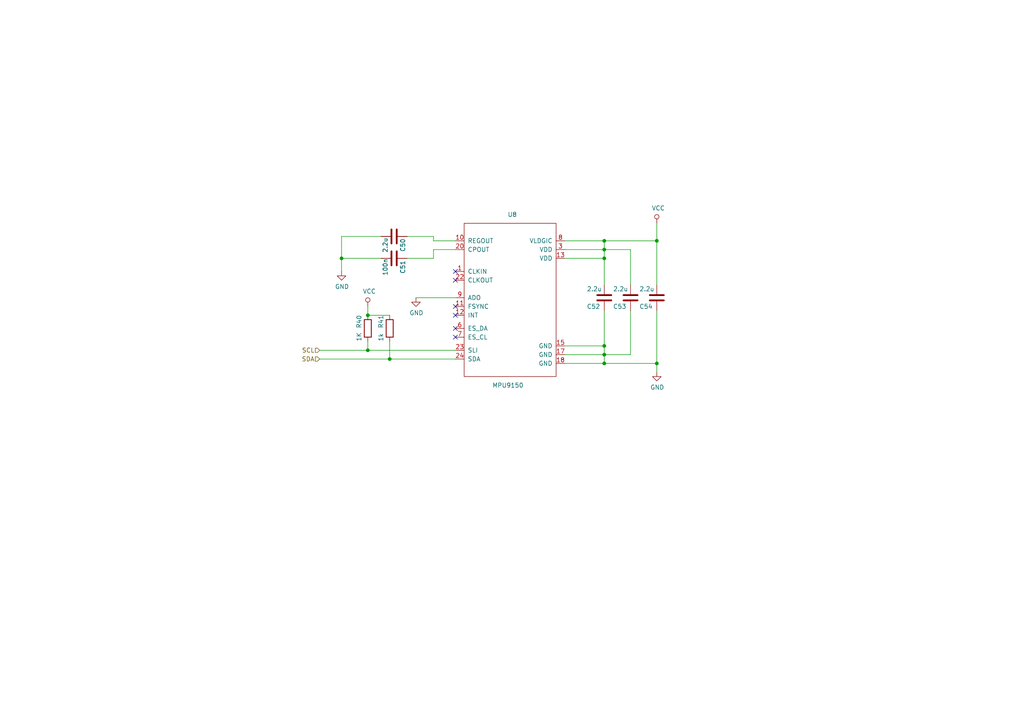
<source format=kicad_sch>
(kicad_sch (version 20231120) (generator "eeschema") (generator_version "8.0")
  (paper "A4")
  (title_block (title "VESC 6.4 redraw") (date "2018-06-03") (rev "6.4") (company "LI XITONG"))
  (lib_symbols
    (symbol "Device:C" (pin_numbers hide) (pin_names (offset 0.254))
      (property "Reference" "C" (at 0.635 2.54 0))
      (property "Value" "C" (at 0.635 -2.54 0))
      (symbol "C_0_1"
        (polyline (pts (xy -2.032 -0.762) (xy 2.032 -0.762)) (stroke (width 0.508)))
        (polyline (pts (xy -2.032 0.762) (xy 2.032 0.762)) (stroke (width 0.508)))
      )
      (symbol "C_1_1"
        (pin passive line (at 0 3.81 270) (length 2.794) (name "~") (number "1"))
        (pin passive line (at 0 -3.81 90) (length 2.794) (name "~") (number "2"))
      )
    )
    (symbol "Device:R" (pin_numbers hide) (pin_names (offset 0))
      (property "Reference" "R" (at 2.032 0 90))
      (property "Value" "R" (at 0 0 90))
      (symbol "R_0_1"
        (rectangle (start -1.016 -2.54) (end 1.016 2.54) (stroke (width 0.254)))
      )
      (symbol "R_1_1"
        (pin passive line (at 0 3.81 270) (length 1.27) (name "~") (number "1"))
        (pin passive line (at 0 -3.81 90) (length 1.27) (name "~") (number "2"))
      )
    )
    (symbol "ESCX-rescue:GND-power" (power) (pin_names (offset 0))
      (property "Value" "power:GND" (at 0 -3.81 0))
      (symbol "GND-power_0_1"
        (polyline (pts (xy 0 0) (xy 0 -1.27) (xy 1.27 -1.27) (xy 0 -2.54) (xy -1.27 -1.27) (xy 0 -1.27)))
      )
      (symbol "GND-power_1_1"
        (pin power_in line (at 0 0 270) (length 0) hide (name "GND") (number "1"))
      )
    )
    (symbol "ESCX-rescue:VCC-power" (power) (pin_names (offset 0))
      (property "Value" "power:VCC" (at 0 3.81 0))
      (symbol "VCC-power_0_1"
        (polyline (pts (xy 0 0) (xy 0 1.27)))
        (circle (center 0 1.905) (radius 0.635))
      )
      (symbol "VCC-power_1_1"
        (pin power_in line (at 0 0 90) (length 0) hide (name "VCC") (number "1"))
      )
    )
    (symbol "crf_1:MPU9150" (pin_names (offset 1.016))
      (property "Reference" "U" (at 0 22.86 0))
      (property "Value" "MPU9150" (at -1.27 -24.13 0))
      (symbol "MPU9150_0_1"
        (rectangle (start -13.97 21.59) (end 12.7 -22.86))
      )
      (symbol "MPU9150_1_1"
        (pin input line (at -16.51 7.62 0) (length 2.54) (name "CLKIN") (number "1"))
        (pin input line (at -16.51 16.51 0) (length 2.54) (name "REGOUT") (number "10"))
        (pin input line (at -16.51 -2.54 0) (length 2.54) (name "FSYNC") (number "11"))
        (pin input line (at -16.51 -5.08 0) (length 2.54) (name "INT") (number "12"))
        (pin input line (at 15.24 11.43 180) (length 2.54) (name "VDD") (number "13"))
        (pin input line (at 15.24 -13.97 180) (length 2.54) (name "GND") (number "15"))
        (pin input line (at 15.24 -16.51 180) (length 2.54) (name "GND") (number "17"))
        (pin input line (at 15.24 -19.05 180) (length 2.54) (name "GND") (number "18"))
        (pin input line (at -16.51 13.97 0) (length 2.54) (name "CPOUT") (number "20"))
        (pin input line (at -16.51 5.08 0) (length 2.54) (name "CLKOUT") (number "22"))
        (pin input line (at -16.51 -15.24 0) (length 2.54) (name "SLI") (number "23"))
        (pin input line (at -16.51 -17.78 0) (length 2.54) (name "SDA") (number "24"))
        (pin input line (at 15.24 13.97 180) (length 2.54) (name "VDD") (number "3"))
        (pin input line (at -16.51 -8.89 0) (length 2.54) (name "ES_DA") (number "6"))
        (pin input line (at -16.51 -11.43 0) (length 2.54) (name "ES_CL") (number "7"))
        (pin input line (at 15.24 16.51 180) (length 2.54) (name "VLDGIC") (number "8"))
        (pin input line (at -16.51 0 0) (length 2.54) (name "ADO") (number "9"))
      )
    )
  )
  (junction (at 175.26 105.41))
  (junction (at 175.26 72.39))
  (junction (at 190.5 105.41))
  (junction (at 190.5 69.85))
  (junction (at 106.68 101.6))
  (junction (at 99.06 74.93))
  (junction (at 106.68 91.44))
  (junction (at 175.26 74.93))
  (junction (at 113.03 104.14))
  (junction (at 175.26 100.33))
  (junction (at 175.26 102.87))
  (junction (at 175.26 69.85))
  (no_connect (at 132.08 97.79))
  (no_connect (at 132.08 91.44))
  (no_connect (at 132.08 88.9))
  (no_connect (at 132.08 95.25))
  (no_connect (at 132.08 78.74))
  (no_connect (at 132.08 81.28))
  (wire (pts (xy 175.26 102.87) (xy 182.88 102.87)))
  (wire (pts (xy 175.26 69.85) (xy 190.5 69.85)))
  (wire (pts (xy 118.11 68.58) (xy 125.73 68.58)))
  (wire (pts (xy 163.83 69.85) (xy 175.26 69.85)))
  (wire (pts (xy 190.5 107.95) (xy 190.5 105.41)))
  (wire (pts (xy 113.03 104.14) (xy 132.08 104.14)))
  (wire (pts (xy 163.83 72.39) (xy 175.26 72.39)))
  (wire (pts (xy 163.83 102.87) (xy 175.26 102.87)))
  (wire (pts (xy 106.68 91.44) (xy 113.03 91.44)))
  (wire (pts (xy 175.26 72.39) (xy 175.26 74.93)))
  (wire (pts (xy 175.26 74.93) (xy 175.26 82.55)))
  (wire (pts (xy 106.68 101.6) (xy 92.71 101.6)))
  (wire (pts (xy 99.06 74.93) (xy 99.06 78.74)))
  (wire (pts (xy 110.49 74.93) (xy 99.06 74.93)))
  (wire (pts (xy 125.73 74.93) (xy 125.73 72.39)))
  (wire (pts (xy 190.5 105.41) (xy 190.5 90.17)))
  (wire (pts (xy 120.65 86.36) (xy 132.08 86.36)))
  (wire (pts (xy 190.5 69.85) (xy 190.5 64.77)))
  (wire (pts (xy 175.26 100.33) (xy 175.26 102.87)))
  (wire (pts (xy 92.71 104.14) (xy 113.03 104.14)))
  (wire (pts (xy 175.26 100.33) (xy 163.83 100.33)))
  (wire (pts (xy 106.68 88.9) (xy 106.68 91.44)))
  (wire (pts (xy 113.03 99.06) (xy 113.03 104.14)))
  (wire (pts (xy 106.68 101.6) (xy 132.08 101.6)))
  (wire (pts (xy 106.68 99.06) (xy 106.68 101.6)))
  (wire (pts (xy 99.06 68.58) (xy 99.06 74.93)))
  (wire (pts (xy 125.73 69.85) (xy 132.08 69.85)))
  (wire (pts (xy 125.73 72.39) (xy 132.08 72.39)))
  (wire (pts (xy 175.26 105.41) (xy 190.5 105.41)))
  (wire (pts (xy 190.5 69.85) (xy 190.5 82.55)))
  (wire (pts (xy 163.83 105.41) (xy 175.26 105.41)))
  (wire (pts (xy 175.26 90.17) (xy 175.26 100.33)))
  (wire (pts (xy 175.26 102.87) (xy 175.26 105.41)))
  (wire (pts (xy 125.73 68.58) (xy 125.73 69.85)))
  (wire (pts (xy 182.88 72.39) (xy 182.88 82.55)))
  (wire (pts (xy 175.26 72.39) (xy 175.26 69.85)))
  (wire (pts (xy 182.88 102.87) (xy 182.88 90.17)))
  (wire (pts (xy 163.83 74.93) (xy 175.26 74.93)))
  (wire (pts (xy 110.49 68.58) (xy 99.06 68.58)))
  (wire (pts (xy 118.11 74.93) (xy 125.73 74.93)))
  (wire (pts (xy 175.26 72.39) (xy 182.88 72.39)))
  (hierarchical_label "SCL" (shape input) (at 92.71 101.6 180))
  (hierarchical_label "SDA" (shape input) (at 92.71 104.14 180))
  (symbol (lib_id "crf_1:MPU9150") (at 148.59 86.36 0) (unit 1)
    (property "Reference" "U8" (at 148.59 62.23 0))
    (property "Value" "MPU9150" (at 147.32 111.76 0))
  )
  (symbol (lib_id "Device:C") (at 114.3 68.58 270) (unit 1)
    (property "Reference" "C50" (at 116.84 71.12 0))
    (property "Value" "2.2u" (at 111.76 71.12 0))
  )
  (symbol (lib_id "Device:C") (at 114.3 74.93 270) (unit 1)
    (property "Reference" "C51" (at 116.84 77.47 0))
    (property "Value" "100n" (at 111.76 77.47 0))
  )
  (symbol (lib_id "Device:C") (at 175.26 86.36 0) (unit 1)
    (property "Reference" "C52" (at 170.18 88.9 0) (effects (justify left)))
    (property "Value" "2.2u" (at 170.18 83.82 0) (effects (justify left)))
  )
  (symbol (lib_id "Device:C") (at 182.88 86.36 0) (unit 1)
    (property "Reference" "C53" (at 177.8 88.9 0) (effects (justify left)))
    (property "Value" "2.2u" (at 177.8 83.82 0) (effects (justify left)))
  )
  (symbol (lib_id "Device:C") (at 190.5 86.36 0) (unit 1)
    (property "Reference" "C54" (at 185.42 88.9 0) (effects (justify left)))
    (property "Value" "2.2u" (at 185.42 83.82 0) (effects (justify left)))
  )
  (symbol (lib_id "Device:R") (at 106.68 95.25 0) (unit 1)
    (property "Reference" "R40" (at 104.14 95.25 90) (effects (justify left)))
    (property "Value" "1K" (at 104.14 99.06 90) (effects (justify left)))
  )
  (symbol (lib_id "Device:R") (at 113.03 95.25 0) (unit 1)
    (property "Reference" "R41" (at 110.49 95.25 90) (effects (justify left)))
    (property "Value" "1k" (at 110.49 99.06 90) (effects (justify left)))
  )
  (symbol (lib_id "ESCX-rescue:GND-power") (at 99.06 78.74 0) (unit 1)
    (property "Reference" "#PWR075" (effects (hide yes)))
    (property "Value" "GND" (at 99.187 83.1342 0))
  )
  (symbol (lib_id "ESCX-rescue:GND-power") (at 190.5 107.95 0) (unit 1)
    (property "Reference" "#PWR079" (effects (hide yes)))
    (property "Value" "GND" (at 190.627 112.3442 0))
  )
  (symbol (lib_id "ESCX-rescue:GND-power") (at 120.65 86.36 0) (unit 1)
    (property "Reference" "#PWR077" (effects (hide yes)))
    (property "Value" "GND" (at 120.777 90.7542 0))
  )
  (symbol (lib_id "ESCX-rescue:VCC-power") (at 190.5 64.77 0) (unit 1)
    (property "Reference" "#PWR078" (effects (hide yes)))
    (property "Value" "VCC" (at 190.9318 60.3758 0))
  )
  (symbol (lib_id "ESCX-rescue:VCC-power") (at 106.68 88.9 0) (unit 1)
    (property "Reference" "#PWR076" (effects (hide yes)))
    (property "Value" "VCC" (at 107.1118 84.5058 0))
  )
)
</source>
